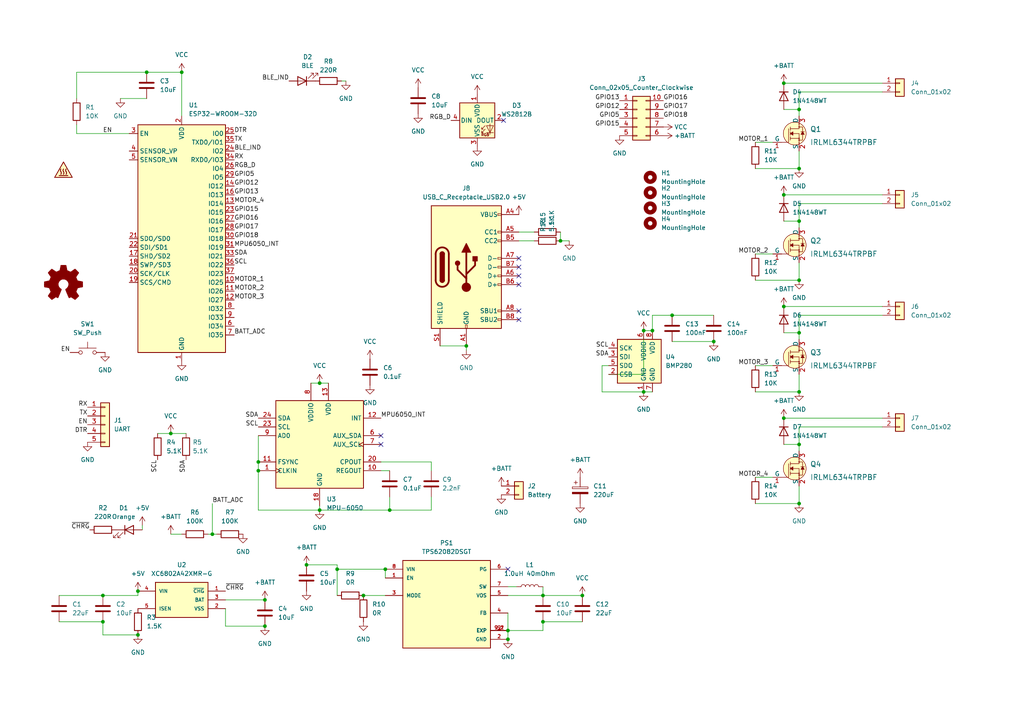
<source format=kicad_sch>
(kicad_sch (version 20211123) (generator eeschema)
  (paper "A4")
  (lib_symbols
    (symbol "Connector:USB_C_Receptacle_USB2.0" (pin_names (offset 1.016))
      (property "Reference" "J" (at -10.16 19.05 0))
      (property "Value" "USB_C_Receptacle_USB2.0" (at 19.05 19.05 0))
      (symbol "USB_C_Receptacle_USB2.0_1_1"
        (pin passive line (at 0 -22.86 90) (length 5.08) (name "GND") (number "A1"))
        (pin passive line (at 0 -22.86 90) (length 5.08) hide (name "GND") (number "A12"))
        (pin passive line (at 15.24 15.24 180) (length 5.08) (name "VBUS") (number "A4"))
        (pin bidirectional line (at 15.24 10.16 180) (length 5.08) (name "CC1") (number "A5"))
        (pin bidirectional line (at 15.24 -2.54 180) (length 5.08) (name "D+") (number "A6"))
        (pin bidirectional line (at 15.24 2.54 180) (length 5.08) (name "D-") (number "A7"))
        (pin bidirectional line (at 15.24 -12.7 180) (length 5.08) (name "SBU1") (number "A8"))
        (pin passive line (at 15.24 15.24 180) (length 5.08) hide (name "VBUS") (number "A9"))
        (pin passive line (at 0 -22.86 90) (length 5.08) hide (name "GND") (number "B1"))
        (pin passive line (at 0 -22.86 90) (length 5.08) hide (name "GND") (number "B12"))
        (pin passive line (at 15.24 15.24 180) (length 5.08) hide (name "VBUS") (number "B4"))
        (pin bidirectional line (at 15.24 7.62 180) (length 5.08) (name "CC2") (number "B5"))
        (pin bidirectional line (at 15.24 -5.08 180) (length 5.08) (name "D+") (number "B6"))
        (pin bidirectional line (at 15.24 0 180) (length 5.08) (name "D-") (number "B7"))
        (pin bidirectional line (at 15.24 -15.24 180) (length 5.08) (name "SBU2") (number "B8"))
        (pin passive line (at 15.24 15.24 180) (length 5.08) hide (name "VBUS") (number "B9"))
        (pin passive line (at -7.62 -22.86 90) (length 5.08) (name "SHIELD") (number "S1"))
      )
    )
    (symbol "Connector_Generic:Conn_01x02" (pin_names (offset 1.016) hide)
      (property "Reference" "J" (at 0 2.54 0))
      (property "Value" "Conn_01x02" (at 0 -5.08 0))
      (symbol "Conn_01x02_1_1"
        (pin passive line (at -5.08 0 0) (length 3.81) (name "Pin_1") (number "1"))
        (pin passive line (at -5.08 -2.54 0) (length 3.81) (name "Pin_2") (number "2"))
      )
    )
    (symbol "Connector_Generic:Conn_01x05" (pin_names (offset 1.016) hide)
      (property "Reference" "J" (at 0 7.62 0))
      (property "Value" "Conn_01x05" (at 0 -7.62 0))
      (symbol "Conn_01x05_1_1"
        (pin passive line (at -5.08 5.08 0) (length 3.81) (name "Pin_1") (number "1"))
        (pin passive line (at -5.08 2.54 0) (length 3.81) (name "Pin_2") (number "2"))
        (pin passive line (at -5.08 0 0) (length 3.81) (name "Pin_3") (number "3"))
        (pin passive line (at -5.08 -2.54 0) (length 3.81) (name "Pin_4") (number "4"))
        (pin passive line (at -5.08 -5.08 0) (length 3.81) (name "Pin_5") (number "5"))
      )
    )
    (symbol "Connector_Generic:Conn_02x05_Counter_Clockwise" (pin_names (offset 1.016) hide)
      (property "Reference" "J" (at 1.27 7.62 0))
      (property "Value" "Conn_02x05_Counter_Clockwise" (at 1.27 -7.62 0))
      (symbol "Conn_02x05_Counter_Clockwise_1_1"
        (pin passive line (at -5.08 5.08 0) (length 3.81) (name "Pin_1") (number "1"))
        (pin passive line (at 7.62 5.08 180) (length 3.81) (name "Pin_10") (number "10"))
        (pin passive line (at -5.08 2.54 0) (length 3.81) (name "Pin_2") (number "2"))
        (pin passive line (at -5.08 0 0) (length 3.81) (name "Pin_3") (number "3"))
        (pin passive line (at -5.08 -2.54 0) (length 3.81) (name "Pin_4") (number "4"))
        (pin passive line (at -5.08 -5.08 0) (length 3.81) (name "Pin_5") (number "5"))
        (pin passive line (at 7.62 -5.08 180) (length 3.81) (name "Pin_6") (number "6"))
        (pin passive line (at 7.62 -2.54 180) (length 3.81) (name "Pin_7") (number "7"))
        (pin passive line (at 7.62 0 180) (length 3.81) (name "Pin_8") (number "8"))
        (pin passive line (at 7.62 2.54 180) (length 3.81) (name "Pin_9") (number "9"))
      )
    )
    (symbol "Device:C" (pin_numbers hide) (pin_names (offset 0.254))
      (property "Reference" "C" (at 0.635 2.54 0))
      (property "Value" "C" (at 0.635 -2.54 0))
      (symbol "C_1_1"
        (pin passive line (at 0 3.81 270) (length 2.794) (name "~") (number "1"))
        (pin passive line (at 0 -3.81 90) (length 2.794) (name "~") (number "2"))
      )
    )
    (symbol "Device:C_Polarized" (pin_numbers hide) (pin_names (offset 0.254))
      (property "Reference" "C" (at 0.635 2.54 0))
      (property "Value" "C_Polarized" (at 0.635 -2.54 0))
      (symbol "C_Polarized_1_1"
        (pin passive line (at 0 3.81 270) (length 2.794) (name "~") (number "1"))
        (pin passive line (at 0 -3.81 90) (length 2.794) (name "~") (number "2"))
      )
    )
    (symbol "Device:L" (pin_numbers hide) (pin_names (offset 1.016) hide)
      (property "Reference" "L" (at -1.27 0 90))
      (property "Value" "L" (at 1.905 0 90))
      (symbol "L_1_1"
        (pin passive line (at 0 3.81 270) (length 1.27) (name "1") (number "1"))
        (pin passive line (at 0 -3.81 90) (length 1.27) (name "2") (number "2"))
      )
    )
    (symbol "Device:LED" (pin_numbers hide) (pin_names (offset 1.016) hide)
      (property "Reference" "D" (at 0 2.54 0))
      (property "Value" "LED" (at 0 -2.54 0))
      (symbol "LED_1_1"
        (pin passive line (at -3.81 0 0) (length 2.54) (name "K") (number "1"))
        (pin passive line (at 3.81 0 180) (length 2.54) (name "A") (number "2"))
      )
    )
    (symbol "Device:R" (pin_numbers hide) (pin_names (offset 0))
      (property "Reference" "R" (at 2.032 0 90))
      (property "Value" "R" (at 0 0 90))
      (symbol "R_1_1"
        (pin passive line (at 0 3.81 270) (length 1.27) (name "~") (number "1"))
        (pin passive line (at 0 -3.81 90) (length 1.27) (name "~") (number "2"))
      )
    )
    (symbol "Diode:1N4148WT" (pin_numbers hide) (pin_names (offset 1.016) hide)
      (property "Reference" "D" (at 0 2.54 0))
      (property "Value" "1N4148WT" (at 0 -2.54 0))
      (symbol "1N4148WT_1_1"
        (pin passive line (at -3.81 0 0) (length 2.54) (name "K") (number "1"))
        (pin passive line (at 3.81 0 180) (length 2.54) (name "A") (number "2"))
      )
    )
    (symbol "Graphic:Logo_Open_Hardware_Small" (pin_names (offset 1.016)))
    (symbol "Graphic:SYM_Hot_Small" (pin_names (offset 1.016) hide))
    (symbol "LED:WS2812B" (pin_names (offset 0.254))
      (property "Reference" "D" (at 5.08 5.715 0))
      (property "Value" "WS2812B" (at 1.27 -5.715 0))
      (symbol "WS2812B_0_0"
        (text "RGB" (at 2.286 -4.191 0) (effects (font (size 0.762 0.762))))
      )
      (symbol "WS2812B_1_1"
        (pin power_in line (at 0 7.62 270) (length 2.54) (name "VDD") (number "1"))
        (pin output line (at 7.62 0 180) (length 2.54) (name "DOUT") (number "2"))
        (pin power_in line (at 0 -7.62 90) (length 2.54) (name "VSS") (number "3"))
        (pin input line (at -7.62 0 0) (length 2.54) (name "DIN") (number "4"))
      )
    )
    (symbol "Mechanical:MountingHole" (pin_names (offset 1.016))
      (property "Reference" "H" (at 0 5.08 0))
      (property "Value" "MountingHole" (at 0 3.175 0))
    )
    (symbol "RF_Module:ESP32-WROOM-32D"
      (property "Reference" "U" (at -12.7 34.29 0))
      (property "Value" "ESP32-WROOM-32D" (at 1.27 34.29 0))
      (symbol "ESP32-WROOM-32D_1_1"
        (pin power_in line (at 0 -35.56 90) (length 2.54) (name "GND") (number "1"))
        (pin bidirectional line (at 15.24 -12.7 180) (length 2.54) (name "IO25") (number "10"))
        (pin bidirectional line (at 15.24 -15.24 180) (length 2.54) (name "IO26") (number "11"))
        (pin bidirectional line (at 15.24 -17.78 180) (length 2.54) (name "IO27") (number "12"))
        (pin bidirectional line (at 15.24 10.16 180) (length 2.54) (name "IO14") (number "13"))
        (pin bidirectional line (at 15.24 15.24 180) (length 2.54) (name "IO12") (number "14"))
        (pin passive line (at 0 -35.56 90) (length 2.54) hide (name "GND") (number "15"))
        (pin bidirectional line (at 15.24 12.7 180) (length 2.54) (name "IO13") (number "16"))
        (pin bidirectional line (at -15.24 -5.08 0) (length 2.54) (name "SHD/SD2") (number "17"))
        (pin bidirectional line (at -15.24 -7.62 0) (length 2.54) (name "SWP/SD3") (number "18"))
        (pin bidirectional line (at -15.24 -12.7 0) (length 2.54) (name "SCS/CMD") (number "19"))
        (pin power_in line (at 0 35.56 270) (length 2.54) (name "VDD") (number "2"))
        (pin bidirectional line (at -15.24 -10.16 0) (length 2.54) (name "SCK/CLK") (number "20"))
        (pin bidirectional line (at -15.24 0 0) (length 2.54) (name "SDO/SD0") (number "21"))
        (pin bidirectional line (at -15.24 -2.54 0) (length 2.54) (name "SDI/SD1") (number "22"))
        (pin bidirectional line (at 15.24 7.62 180) (length 2.54) (name "IO15") (number "23"))
        (pin bidirectional line (at 15.24 25.4 180) (length 2.54) (name "IO2") (number "24"))
        (pin bidirectional line (at 15.24 30.48 180) (length 2.54) (name "IO0") (number "25"))
        (pin bidirectional line (at 15.24 20.32 180) (length 2.54) (name "IO4") (number "26"))
        (pin bidirectional line (at 15.24 5.08 180) (length 2.54) (name "IO16") (number "27"))
        (pin bidirectional line (at 15.24 2.54 180) (length 2.54) (name "IO17") (number "28"))
        (pin bidirectional line (at 15.24 17.78 180) (length 2.54) (name "IO5") (number "29"))
        (pin input line (at -15.24 30.48 0) (length 2.54) (name "EN") (number "3"))
        (pin bidirectional line (at 15.24 0 180) (length 2.54) (name "IO18") (number "30"))
        (pin bidirectional line (at 15.24 -2.54 180) (length 2.54) (name "IO19") (number "31"))
        (pin no_connect line (at -12.7 -27.94 0) (length 2.54) hide (name "NC") (number "32"))
        (pin bidirectional line (at 15.24 -5.08 180) (length 2.54) (name "IO21") (number "33"))
        (pin bidirectional line (at 15.24 22.86 180) (length 2.54) (name "RXD0/IO3") (number "34"))
        (pin bidirectional line (at 15.24 27.94 180) (length 2.54) (name "TXD0/IO1") (number "35"))
        (pin bidirectional line (at 15.24 -7.62 180) (length 2.54) (name "IO22") (number "36"))
        (pin bidirectional line (at 15.24 -10.16 180) (length 2.54) (name "IO23") (number "37"))
        (pin passive line (at 0 -35.56 90) (length 2.54) hide (name "GND") (number "38"))
        (pin passive line (at 0 -35.56 90) (length 2.54) hide (name "GND") (number "39"))
        (pin input line (at -15.24 25.4 0) (length 2.54) (name "SENSOR_VP") (number "4"))
        (pin input line (at -15.24 22.86 0) (length 2.54) (name "SENSOR_VN") (number "5"))
        (pin input line (at 15.24 -25.4 180) (length 2.54) (name "IO34") (number "6"))
        (pin input line (at 15.24 -27.94 180) (length 2.54) (name "IO35") (number "7"))
        (pin bidirectional line (at 15.24 -20.32 180) (length 2.54) (name "IO32") (number "8"))
        (pin bidirectional line (at 15.24 -22.86 180) (length 2.54) (name "IO33") (number "9"))
      )
    )
    (symbol "Sensor_Motion:MPU-6050"
      (property "Reference" "U" (at -11.43 13.97 0))
      (property "Value" "MPU-6050" (at 7.62 -13.97 0))
      (symbol "MPU-6050_1_1"
        (pin input clock (at -17.78 -7.62 0) (length 5.08) (name "CLKIN") (number "1"))
        (pin passive line (at 17.78 -7.62 180) (length 5.08) (name "REGOUT") (number "10"))
        (pin input line (at -17.78 -5.08 0) (length 5.08) (name "FSYNC") (number "11"))
        (pin output line (at 17.78 7.62 180) (length 5.08) (name "INT") (number "12"))
        (pin power_in line (at 2.54 17.78 270) (length 5.08) (name "VDD") (number "13"))
        (pin power_in line (at 0 -17.78 90) (length 5.08) (name "GND") (number "18"))
        (pin passive line (at 17.78 -5.08 180) (length 5.08) (name "CPOUT") (number "20"))
        (pin input line (at -17.78 5.08 0) (length 5.08) (name "SCL") (number "23"))
        (pin bidirectional line (at -17.78 7.62 0) (length 5.08) (name "SDA") (number "24"))
        (pin bidirectional line (at 17.78 2.54 180) (length 5.08) (name "AUX_SDA") (number "6"))
        (pin output clock (at 17.78 0 180) (length 5.08) (name "AUX_SCL") (number "7"))
        (pin power_in line (at -2.54 17.78 270) (length 5.08) (name "VDDIO") (number "8"))
        (pin input line (at -17.78 2.54 0) (length 5.08) (name "AD0") (number "9"))
      )
    )
    (symbol "Sensor_Pressure:BMP280"
      (property "Reference" "U" (at -7.62 10.16 0))
      (property "Value" "BMP280" (at 5.08 10.16 0))
      (symbol "BMP280_1_1"
        (pin power_in line (at 0 -7.62 90) (length 2.54) (name "GND") (number "1"))
        (pin input line (at -10.16 -2.54 0) (length 2.54) (name "CSB") (number "2"))
        (pin bidirectional line (at -10.16 2.54 0) (length 2.54) (name "SDI") (number "3"))
        (pin input line (at -10.16 5.08 0) (length 2.54) (name "SCK") (number "4"))
        (pin bidirectional line (at -10.16 0 0) (length 2.54) (name "SDO") (number "5"))
        (pin power_in line (at 0 10.16 270) (length 2.54) (name "VDDIO") (number "6"))
        (pin power_in line (at 2.54 -7.62 90) (length 2.54) (name "GND") (number "7"))
        (pin power_in line (at 2.54 10.16 270) (length 2.54) (name "VDD") (number "8"))
      )
    )
    (symbol "Switch:SW_Push" (pin_numbers hide) (pin_names (offset 1.016) hide)
      (property "Reference" "SW" (at 1.27 2.54 0))
      (property "Value" "SW_Push" (at 0 -1.524 0))
      (symbol "SW_Push_0_1"
        (pin passive line (at -5.08 0 0) (length 2.54) (name "1") (number "1"))
        (pin passive line (at 5.08 0 180) (length 2.54) (name "2") (number "2"))
      )
    )
    (symbol "TPS62082DSGT:TPS62082DSGT" (pin_names (offset 1.016))
      (property "Reference" "PS" (at -12.7 13.6906 0))
      (property "Value" "TPS62082DSGT" (at -12.7 -16.6878 0))
      (symbol "TPS62082DSGT_0_0"
        (pin input line (at -17.78 7.62 0) (length 5.08) (name "EN") (number "1"))
        (pin power_in line (at 17.78 -10.16 180) (length 5.08) (name "GND") (number "2"))
        (pin input line (at -17.78 2.54 0) (length 5.08) (name "MODE") (number "3"))
        (pin input line (at 17.78 -2.54 180) (length 5.08) (name "FB") (number "4"))
        (pin input line (at 17.78 2.54 180) (length 5.08) (name "VOS") (number "5"))
        (pin output line (at 17.78 10.16 180) (length 5.08) (name "PG") (number "6"))
        (pin output line (at 17.78 5.08 180) (length 5.08) (name "SW") (number "7"))
        (pin input line (at -17.78 10.16 0) (length 5.08) (name "VIN") (number "8"))
        (pin power_in line (at 17.78 -7.62 180) (length 5.08) (name "EXP") (number "9"))
        (pin power_in line (at 17.78 -7.62 180) (length 5.08) (name "EXP") (number "9_1"))
        (pin power_in line (at 17.78 -7.62 180) (length 5.08) (name "EXP") (number "9_2"))
      )
    )
    (symbol "XC6802A42XMR-G:XC6802A42XMR-G" (pin_names (offset 1.016))
      (property "Reference" "U" (at -7.62 5.334 0))
      (property "Value" "XC6802A42XMR-G" (at -7.366 -6.604 0))
      (symbol "XC6802A42XMR-G_0_0"
        (pin output line (at 12.7 2.54 180) (length 5.08) (name "~{CHG}") (number "1"))
        (pin power_in line (at 12.7 -2.54 180) (length 5.08) (name "VSS") (number "2"))
        (pin output line (at 12.7 0 180) (length 5.08) (name "BAT") (number "3"))
        (pin input line (at -12.7 2.54 0) (length 5.08) (name "VIN") (number "4"))
        (pin passive line (at -12.7 -2.54 0) (length 5.08) (name "ISEN") (number "5"))
      )
    )
    (symbol "dk_Transistors-FETs-MOSFETs-Single:IRLML6344TRPBF" (pin_names (offset 0))
      (property "Reference" "Q" (at -2.6924 3.6322 0))
      (property "Value" "IRLML6344TRPBF" (at 3.4544 0 90))
      (symbol "IRLML6344TRPBF_1_1"
        (pin bidirectional line (at -7.62 -2.54 0) (length 2.54) (name "G") (number "1"))
        (pin bidirectional line (at 0 -5.08 90) (length 2.54) (name "S") (number "2"))
        (pin bidirectional line (at 0 5.08 270) (length 2.54) (name "D") (number "3"))
      )
    )
    (symbol "power:+5V" (power) (pin_names (offset 0))
      (property "Value" "+5V" (at 0 3.556 0))
      (symbol "+5V_1_1"
        (pin power_in line (at 0 0 90) (length 0) hide (name "+5V") (number "1"))
      )
    )
    (symbol "power:+BATT" (power) (pin_names (offset 0))
      (property "Value" "+BATT" (at 0 3.556 0))
      (symbol "+BATT_1_1"
        (pin power_in line (at 0 0 90) (length 0) hide (name "+BATT") (number "1"))
      )
    )
    (symbol "power:GND" (power) (pin_names (offset 0))
      (property "Value" "GND" (at 0 -3.81 0))
      (symbol "GND_1_1"
        (pin power_in line (at 0 0 270) (length 0) hide (name "GND") (number "1"))
      )
    )
    (symbol "power:VCC" (power) (pin_names (offset 0))
      (property "Value" "VCC" (at 0 3.81 0))
      (symbol "VCC_1_1"
        (pin power_in line (at 0 0 90) (length 0) hide (name "VCC") (number "1"))
      )
    )
  )
  (junction (at 76.835 173.99))
  (junction (at 186.69 95.885))
  (junction (at 29.845 180.34))
  (junction (at 40.005 171.45))
  (junction (at 52.705 20.955))
  (junction (at 231.775 96.52))
  (junction (at 186.69 113.665))
  (junction (at 74.93 136.525))
  (junction (at 113.03 147.955))
  (junction (at 231.775 64.135))
  (junction (at 92.71 147.955))
  (junction (at 97.79 165.1))
  (junction (at 231.775 128.905))
  (junction (at 61.595 154.94))
  (junction (at 29.845 172.72))
  (junction (at 92.71 111.125))
  (junction (at 157.48 172.72))
  (junction (at 147.32 185.42))
  (junction (at 227.33 121.285))
  (junction (at 111.76 165.1))
  (junction (at 231.775 48.895))
  (junction (at 207.01 99.06))
  (junction (at 227.33 88.9))
  (junction (at 162.56 69.85))
  (junction (at 231.775 31.75))
  (junction (at 231.775 81.28))
  (junction (at 157.48 180.34))
  (junction (at 194.945 91.44))
  (junction (at 189.23 95.885))
  (junction (at 105.41 172.72))
  (junction (at 231.775 113.665))
  (junction (at 40.005 184.15))
  (junction (at 168.91 172.72))
  (junction (at 76.835 181.61))
  (junction (at 231.775 146.05))
  (junction (at 88.9 163.83))
  (junction (at 227.33 24.13))
  (junction (at 42.545 20.955))
  (junction (at 74.93 133.985))
  (junction (at 147.32 182.88))
  (junction (at 49.53 125.73))
  (junction (at 227.33 56.515))
  (junction (at 135.255 100.33))
  (no_connect (at 110.49 126.365))
  (no_connect (at 110.49 128.905))
  (no_connect (at 150.495 74.93))
  (no_connect (at 150.495 77.47))
  (no_connect (at 146.05 34.925))
  (no_connect (at 150.495 92.71))
  (no_connect (at 150.495 90.17))
  (no_connect (at 147.32 165.1))
  (no_connect (at 150.495 82.55))
  (no_connect (at 150.495 80.01))
  (wire (pts (xy 231.775 96.52) (xy 231.775 98.425)))
  (wire (pts (xy 29.845 172.72) (xy 40.005 172.72)))
  (wire (pts (xy 45.72 125.73) (xy 49.53 125.73)))
  (wire (pts (xy 111.76 165.1) (xy 111.76 167.64)))
  (wire (pts (xy 88.9 163.83) (xy 97.79 163.83)))
  (wire (pts (xy 227.33 96.52) (xy 231.775 96.52)))
  (wire (pts (xy 61.595 146.05) (xy 61.595 154.94)))
  (wire (pts (xy 135.255 100.33) (xy 135.255 101.6)))
  (wire (pts (xy 74.93 133.985) (xy 74.93 136.525)))
  (wire (pts (xy 99.06 23.495) (xy 100.33 23.495)))
  (wire (pts (xy 113.03 147.955) (xy 125.095 147.955)))
  (wire (pts (xy 147.32 170.18) (xy 149.86 170.18)))
  (wire (pts (xy 219.075 138.43) (xy 224.155 138.43)))
  (wire (pts (xy 65.405 181.61) (xy 76.835 181.61)))
  (wire (pts (xy 162.56 69.85) (xy 165.1 69.85)))
  (wire (pts (xy 52.705 33.655) (xy 52.705 20.955)))
  (wire (pts (xy 150.495 69.85) (xy 154.94 69.85)))
  (wire (pts (xy 22.225 20.955) (xy 42.545 20.955)))
  (wire (pts (xy 194.945 91.44) (xy 207.01 91.44)))
  (wire (pts (xy 231.775 91.44) (xy 231.775 96.52)))
  (wire (pts (xy 227.33 24.13) (xy 255.905 24.13)))
  (wire (pts (xy 92.71 146.685) (xy 92.71 147.955)))
  (wire (pts (xy 111.76 165.1) (xy 97.79 165.1)))
  (wire (pts (xy 227.33 64.135) (xy 231.775 64.135)))
  (wire (pts (xy 52.705 20.955) (xy 42.545 20.955)))
  (wire (pts (xy 110.49 133.985) (xy 125.095 133.985)))
  (wire (pts (xy 92.71 147.955) (xy 113.03 147.955)))
  (wire (pts (xy 92.71 111.125) (xy 95.25 111.125)))
  (wire (pts (xy 227.33 128.905) (xy 231.775 128.905)))
  (wire (pts (xy 231.775 26.67) (xy 255.905 26.67)))
  (wire (pts (xy 125.095 133.985) (xy 125.095 136.525)))
  (wire (pts (xy 125.095 147.955) (xy 125.095 144.145)))
  (wire (pts (xy 227.33 56.515) (xy 255.905 56.515)))
  (wire (pts (xy 65.405 176.53) (xy 65.405 181.61)))
  (wire (pts (xy 219.075 41.275) (xy 224.155 41.275)))
  (wire (pts (xy 231.775 26.67) (xy 231.775 31.75)))
  (wire (pts (xy 231.775 64.135) (xy 231.775 66.04)))
  (wire (pts (xy 17.145 172.72) (xy 29.845 172.72)))
  (wire (pts (xy 176.53 108.585) (xy 186.69 108.585)))
  (wire (pts (xy 157.48 172.72) (xy 157.48 170.18)))
  (wire (pts (xy 227.33 31.75) (xy 231.775 31.75)))
  (wire (pts (xy 231.775 123.825) (xy 231.775 128.905)))
  (wire (pts (xy 157.48 172.72) (xy 168.91 172.72)))
  (wire (pts (xy 40.005 172.72) (xy 40.005 171.45)))
  (wire (pts (xy 231.775 59.055) (xy 255.905 59.055)))
  (wire (pts (xy 90.17 111.125) (xy 92.71 111.125)))
  (wire (pts (xy 219.075 81.28) (xy 231.775 81.28)))
  (wire (pts (xy 189.23 91.44) (xy 189.23 95.885)))
  (wire (pts (xy 219.075 73.66) (xy 224.155 73.66)))
  (wire (pts (xy 231.775 91.44) (xy 255.905 91.44)))
  (wire (pts (xy 113.03 144.145) (xy 113.03 147.955)))
  (wire (pts (xy 231.775 43.815) (xy 231.775 48.895)))
  (wire (pts (xy 60.325 154.94) (xy 61.595 154.94)))
  (wire (pts (xy 17.145 180.34) (xy 29.845 180.34)))
  (wire (pts (xy 157.48 182.88) (xy 157.48 180.34)))
  (wire (pts (xy 194.945 99.06) (xy 207.01 99.06)))
  (wire (pts (xy 49.53 125.73) (xy 53.975 125.73)))
  (wire (pts (xy 227.33 121.285) (xy 255.905 121.285)))
  (wire (pts (xy 110.49 136.525) (xy 113.03 136.525)))
  (wire (pts (xy 49.53 154.94) (xy 52.705 154.94)))
  (wire (pts (xy 231.775 123.825) (xy 255.905 123.825)))
  (wire (pts (xy 231.775 76.2) (xy 231.775 81.28)))
  (wire (pts (xy 186.69 113.665) (xy 189.23 113.665)))
  (wire (pts (xy 231.775 108.585) (xy 231.775 113.665)))
  (wire (pts (xy 219.075 106.045) (xy 224.155 106.045)))
  (wire (pts (xy 147.32 172.72) (xy 157.48 172.72)))
  (wire (pts (xy 34.925 28.575) (xy 42.545 28.575)))
  (wire (pts (xy 61.595 154.94) (xy 62.865 154.94)))
  (wire (pts (xy 231.775 31.75) (xy 231.775 33.655)))
  (wire (pts (xy 105.41 172.72) (xy 111.76 172.72)))
  (wire (pts (xy 74.93 126.365) (xy 74.93 133.985)))
  (wire (pts (xy 162.56 67.31) (xy 162.56 69.85)))
  (wire (pts (xy 97.79 163.83) (xy 97.79 165.1)))
  (wire (pts (xy 174.625 106.045) (xy 174.625 113.665)))
  (wire (pts (xy 231.775 128.905) (xy 231.775 130.81)))
  (wire (pts (xy 219.075 113.665) (xy 231.775 113.665)))
  (wire (pts (xy 127.635 100.33) (xy 135.255 100.33)))
  (wire (pts (xy 147.32 182.88) (xy 147.32 185.42)))
  (wire (pts (xy 157.48 180.34) (xy 168.91 180.34)))
  (wire (pts (xy 219.075 146.05) (xy 231.775 146.05)))
  (wire (pts (xy 41.275 152.4) (xy 41.275 153.67)))
  (wire (pts (xy 186.69 108.585) (xy 186.69 95.885)))
  (wire (pts (xy 176.53 106.045) (xy 174.625 106.045)))
  (wire (pts (xy 227.33 88.9) (xy 255.905 88.9)))
  (wire (pts (xy 174.625 113.665) (xy 186.69 113.665)))
  (wire (pts (xy 194.945 91.44) (xy 189.23 91.44)))
  (wire (pts (xy 147.32 182.88) (xy 157.48 182.88)))
  (wire (pts (xy 22.225 28.575) (xy 22.225 20.955)))
  (wire (pts (xy 22.225 36.195) (xy 22.225 38.735)))
  (wire (pts (xy 74.93 136.525) (xy 74.93 147.955)))
  (wire (pts (xy 231.775 59.055) (xy 231.775 64.135)))
  (wire (pts (xy 22.225 38.735) (xy 37.465 38.735)))
  (wire (pts (xy 186.69 95.885) (xy 189.23 95.885)))
  (wire (pts (xy 97.79 165.1) (xy 97.79 172.72)))
  (wire (pts (xy 231.775 140.97) (xy 231.775 146.05)))
  (wire (pts (xy 29.845 180.34) (xy 29.845 184.15)))
  (wire (pts (xy 147.32 177.8) (xy 147.32 182.88)))
  (wire (pts (xy 219.075 48.895) (xy 231.775 48.895)))
  (wire (pts (xy 150.495 67.31) (xy 154.94 67.31)))
  (wire (pts (xy 65.405 173.99) (xy 76.835 173.99)))
  (wire (pts (xy 74.93 147.955) (xy 92.71 147.955)))
  (wire (pts (xy 29.845 184.15) (xy 40.005 184.15)))
  (label "GPIO16" (at 67.945 64.135 0))
  (label "RX" (at 67.945 46.355 0))
  (label "~{CHRG}" (at 65.405 171.45 0))
  (label "EN" (at 20.32 102.235 180))
  (label "RGB_D" (at 130.81 34.925 180))
  (label "GPIO17" (at 67.945 66.675 0))
  (label "MOTOR_3" (at 67.945 86.995 0))
  (label "GPIO5" (at 179.705 34.29 180))
  (label "TX" (at 67.945 41.275 0))
  (label "GPIO15" (at 67.945 61.595 0))
  (label "EN" (at 25.4 123.19 180))
  (label "MOTOR_1" (at 67.945 81.915 0))
  (label "MPU6050_INT" (at 67.945 71.755 0))
  (label "MOTOR_2" (at 222.885 73.66 180))
  (label "GPIO5" (at 67.945 51.435 0))
  (label "SCL" (at 67.945 76.835 0))
  (label "DTR" (at 67.945 38.735 0))
  (label "RX" (at 25.4 118.11 180))
  (label "GPIO18" (at 192.405 34.29 0))
  (label "GPIO13" (at 67.945 56.515 0))
  (label "SCL" (at 74.93 123.825 180))
  (label "SCL" (at 176.53 100.965 180))
  (label "MOTOR_1" (at 222.885 41.275 180))
  (label "BLE_IND" (at 67.945 43.815 0))
  (label "MOTOR_3" (at 222.885 106.045 180))
  (label "GPIO12" (at 67.945 53.975 0))
  (label "SDA" (at 176.53 103.505 180))
  (label "~{CHRG}" (at 26.035 153.67 180))
  (label "DTR" (at 25.4 125.73 180))
  (label "GPIO16" (at 192.405 29.21 0))
  (label "TX" (at 25.4 120.65 180))
  (label "SCL" (at 45.72 133.35 270))
  (label "GPIO15" (at 179.705 36.83 180))
  (label "MOTOR_4" (at 67.945 59.055 0))
  (label "EN" (at 29.845 38.735 0))
  (label "RGB_D" (at 67.945 48.895 0))
  (label "SDA" (at 67.945 74.295 0))
  (label "GPIO18" (at 67.945 69.215 0))
  (label "MPU6050_INT" (at 110.49 121.285 0))
  (label "BATT_ADC" (at 67.945 97.155 0))
  (label "BATT_ADC" (at 61.595 146.05 0))
  (label "GPIO13" (at 179.705 29.21 180))
  (label "MOTOR_2" (at 67.945 84.455 0))
  (label "MOTOR_4" (at 222.885 138.43 180))
  (label "GPIO17" (at 192.405 31.75 0))
  (label "GPIO12" (at 179.705 31.75 180))
  (label "SDA" (at 74.93 121.285 180))
  (label "BLE_IND" (at 83.82 23.495 180))
  (label "SDA" (at 53.975 133.35 270))
  (symbol (lib_id "power:+BATT") (at 192.405 39.37 270) (unit 1)
    (property "Reference" "#PWR0116" (effects hide))
    (property "Value" "+BATT" (at 195.58 39.3699 90) (effects (justify left)))
  )
  (symbol (lib_id "power:GND") (at 179.705 39.37 0) (unit 1)
    (property "Reference" "#PWR0114" (effects hide))
    (property "Value" "GND" (at 179.705 44.45 0))
  )
  (symbol (lib_id "power:VCC") (at 168.91 172.72 0) (unit 1)
    (property "Reference" "#PWR0104" (effects hide))
    (property "Value" "VCC" (at 168.91 167.64 0))
  )
  (symbol (lib_id "power:GND") (at 25.4 128.27 0) (unit 1)
    (property "Reference" "#PWR0130" (effects hide))
    (property "Value" "GND" (at 25.4 133.35 0))
  )
  (symbol (lib_id "Device:C") (at 207.01 95.25 0) (unit 1)
    (property "Reference" "C14" (at 210.82 93.9799 0) (effects (justify left)))
    (property "Value" "100nF" (at 210.82 96.5199 0) (effects (justify left)))
    (property "Footprint" "Capacitor_SMD:C_0603_1608Metric" (effects hide))
    (property "PN" "CL10A106MQ8NNNC" (effects hide))
  )
  (symbol (lib_id "Connector_Generic:Conn_02x05_Counter_Clockwise") (at 184.785 34.29 0) (unit 1)
    (property "Reference" "J3" (at 186.055 22.86 0))
    (property "Value" "Conn_02x05_Counter_Clockwise" (at 186.055 25.4 0))
    (property "Footprint" "Connector_PinSocket_2.54mm:PinSocket_2x05_P2.54mm_Vertical" (effects hide))
  )
  (symbol (lib_id "Mechanical:MountingHole") (at 188.595 55.88 0) (unit 1)
    (property "Reference" "H2" (at 191.77 54.6099 0) (effects (justify left)))
    (property "Value" "MountingHole" (at 191.77 57.1499 0) (effects (justify left)))
    (property "Footprint" "MountingHole:MountingHole_3.2mm_M3" (effects hide))
  )
  (symbol (lib_id "LED:WS2812B") (at 138.43 34.925 0) (unit 1)
    (property "Reference" "D3" (at 149.86 30.5943 0))
    (property "Value" "WS2812B" (at 149.86 33.1343 0))
    (property "Footprint" "LED_SMD:LED_WS2812B_PLCC4_5.0x5.0mm_P3.2mm" (effects hide))
    (property "Datasheet" "https://cdn-shop.adafruit.com/datasheets/WS2812B.pdf" (effects hide))
  )
  (symbol (lib_id "power:VCC") (at 107.315 104.14 0) (unit 1)
    (property "Reference" "#PWR0124" (effects hide))
    (property "Value" "VCC" (at 107.315 99.06 0))
  )
  (symbol (lib_id "Connector_Generic:Conn_01x02") (at 150.495 140.97 0) (unit 1)
    (property "Reference" "J2" (at 153.035 140.9699 0) (effects (justify left)))
    (property "Value" "Battery" (at 153.035 143.5099 0) (effects (justify left)))
    (property "Footprint" "Connector_JST:JST_XH_B2B-XH-AM_1x02_P2.50mm_Vertical" (effects hide))
  )
  (symbol (lib_id "Device:R") (at 219.075 77.47 180) (unit 1)
    (property "Reference" "R12" (at 221.615 76.1999 0) (effects (justify right)))
    (property "Value" "10K" (at 221.615 78.7399 0) (effects (justify right)))
    (property "Footprint" "Resistor_SMD:R_0603_1608Metric" (effects hide))
    (property "PN" "RC0402FR-072K4L" (effects hide))
  )
  (symbol (lib_id "power:GND") (at 100.33 23.495 0) (unit 1)
    (property "Reference" "#PWR0125" (effects hide))
    (property "Value" "GND" (at 100.33 28.575 0))
  )
  (symbol (lib_id "power:VCC") (at 121.285 25.4 0) (unit 1)
    (property "Reference" "#PWR0128" (effects hide))
    (property "Value" "VCC" (at 121.285 20.32 0))
  )
  (symbol (lib_id "Device:R") (at 105.41 176.53 180) (unit 1)
    (property "Reference" "R10" (at 107.95 175.2599 0) (effects (justify right)))
    (property "Value" "0R" (at 107.95 177.7999 0) (effects (justify right)))
    (property "Footprint" "Resistor_SMD:R_0603_1608Metric" (effects hide))
    (property "PN" "RC0402FR-072K4L" (effects hide))
  )
  (symbol (lib_id "dk_Transistors-FETs-MOSFETs-Single:IRLML6344TRPBF") (at 231.775 135.89 0) (unit 1)
    (property "Reference" "Q4" (at 234.95 134.62 0) (effects (font (size 1.524 1.524)) (justify left)))
    (property "Value" "IRLML6344TRPBF" (at 234.95 138.43 0) (effects (font (size 1.524 1.524)) (justify left)))
    (property "Footprint" "digikey-footprints:SOT-23-3" (effects hide))
    (property "Datasheet" "https://www.infineon.com/dgdl/irlml6344pbf.pdf?fileId=5546d462533600a4015356689c44262c" (effects hide))
    (property "Digi-Key_PN" "IRLML6344TRPBFCT-ND" (effects hide))
    (property "MPN" "IRLML6344TRPBF" (effects hide))
    (property "Category" "Discrete Semiconductor Products" (effects hide))
    (property "Family" "Transistors - FETs, MOSFETs - Single" (effects hide))
    (property "DK_Datasheet_Link" "https://www.infineon.com/dgdl/irlml6344pbf.pdf?fileId=5546d462533600a4015356689c44262c" (effects hide))
    (property "DK_Detail_Page" "/product-detail/en/infineon-technologies/IRLML6344TRPBF/IRLML6344TRPBFCT-ND/2538168" (effects hide))
    (property "Description" "MOSFET N-CH 30V 5A SOT23" (effects hide))
    (property "Manufacturer" "Infineon Technologies" (effects hide))
    (property "Status" "Active" (effects hide))
  )
  (symbol (lib_id "power:GND") (at 231.775 81.28 0) (unit 1)
    (property "Reference" "#PWR0113" (effects hide))
    (property "Value" "GND" (at 231.775 86.36 0))
  )
  (symbol (lib_id "Connector:USB_C_Receptacle_USB2.0") (at 135.255 77.47 0) (unit 1)
    (property "Reference" "J8" (at 135.255 54.61 0))
    (property "Value" "USB_C_Receptacle_USB2.0" (at 135.255 57.15 0))
    (property "Footprint" "Connector_USB:USB_C_Receptacle_HRO_TYPE-C-31-M-12" (effects hide))
    (property "Datasheet" "https://www.usb.org/sites/default/files/documents/usb_type-c.zip" (effects hide))
  )
  (symbol (lib_id "Device:C") (at 168.91 176.53 0) (unit 1)
    (property "Reference" "C12" (at 172.72 175.2599 0) (effects (justify left)))
    (property "Value" "22uF" (at 172.72 177.7999 0) (effects (justify left)))
    (property "Footprint" "Capacitor_SMD:C_0603_1608Metric" (effects hide))
    (property "PN" "CL10A226MP8NUNE" (effects hide))
  )
  (symbol (lib_id "Device:C") (at 113.03 140.335 0) (unit 1)
    (property "Reference" "C7" (at 116.84 139.0649 0) (effects (justify left)))
    (property "Value" "0.1uF" (at 116.84 141.6049 0) (effects (justify left)))
    (property "Footprint" "Capacitor_SMD:C_0603_1608Metric" (effects hide))
    (property "PN" "CL10A106MQ8NNNC" (effects hide))
  )
  (symbol (lib_id "power:VCC") (at 92.71 111.125 0) (unit 1)
    (property "Reference" "#PWR0123" (effects hide))
    (property "Value" "VCC" (at 92.71 106.045 0))
  )
  (symbol (lib_id "power:VCC") (at 192.405 36.83 270) (unit 1)
    (property "Reference" "#PWR0115" (effects hide))
    (property "Value" "VCC" (at 195.58 36.8299 90) (effects (justify left)))
  )
  (symbol (lib_id "Device:R") (at 53.975 129.54 180) (unit 1)
    (property "Reference" "R5" (at 55.88 128.2699 0) (effects (justify right)))
    (property "Value" "5.1K" (at 55.88 130.8099 0) (effects (justify right)))
    (property "Footprint" "Resistor_SMD:R_0603_1608Metric" (effects hide))
    (property "PN" "RC0402FR-072K4L" (effects hide))
  )
  (symbol (lib_id "Device:R") (at 66.675 154.94 90) (unit 1)
    (property "Reference" "R7" (at 66.675 148.59 90))
    (property "Value" "100K" (at 66.675 151.13 90))
    (property "Footprint" "Resistor_SMD:R_0603_1608Metric" (effects hide))
    (property "PN" "RC0402FR-072K4L" (effects hide))
  )
  (symbol (lib_id "Switch:SW_Push") (at 25.4 102.235 0) (unit 1)
    (property "Reference" "SW1" (at 25.4 93.98 0))
    (property "Value" "SW_Push" (at 25.4 96.52 0))
    (property "Footprint" "Button_Switch_SMD:SW_Push_SPST_NO_Alps_SKRK" (effects hide))
  )
  (symbol (lib_id "power:GND") (at 138.43 42.545 0) (unit 1)
    (property "Reference" "#PWR0126" (effects hide))
    (property "Value" "GND" (at 138.43 47.625 0))
  )
  (symbol (lib_id "power:GND") (at 30.48 102.235 0) (unit 1)
    (property "Reference" "#PWR0148" (effects hide))
    (property "Value" "GND" (at 30.48 107.315 0))
  )
  (symbol (lib_id "Device:R") (at 219.075 45.085 180) (unit 1)
    (property "Reference" "R11" (at 221.615 43.8149 0) (effects (justify right)))
    (property "Value" "10K" (at 221.615 46.3549 0) (effects (justify right)))
    (property "Footprint" "Resistor_SMD:R_0603_1608Metric" (effects hide))
    (property "PN" "RC0402FR-072K4L" (effects hide))
  )
  (symbol (lib_id "power:GND") (at 168.275 146.05 0) (unit 1)
    (property "Reference" "#PWR0105" (effects hide))
    (property "Value" "GND" (at 168.275 151.13 0))
  )
  (symbol (lib_id "Device:LED") (at 37.465 153.67 0) (unit 1)
    (property "Reference" "D1" (at 35.8775 147.32 0))
    (property "Value" "Orange" (at 35.8775 149.86 0))
    (property "Footprint" "LED_SMD:LED_0603_1608Metric" (effects hide))
  )
  (symbol (lib_id "Device:C") (at 88.9 167.64 0) (unit 1)
    (property "Reference" "C5" (at 92.71 166.3699 0) (effects (justify left)))
    (property "Value" "10uF" (at 92.71 168.9099 0) (effects (justify left)))
    (property "Footprint" "Capacitor_SMD:C_0603_1608Metric" (effects hide))
    (property "PN" "CL10A106MQ8NNNC" (effects hide))
  )
  (symbol (lib_id "power:+BATT") (at 49.53 154.94 0) (unit 1)
    (property "Reference" "#PWR0144" (effects hide))
    (property "Value" "+BATT" (at 49.53 149.86 0))
  )
  (symbol (lib_id "Device:LED") (at 87.63 23.495 180) (unit 1)
    (property "Reference" "D2" (at 89.2175 16.51 0))
    (property "Value" "BLE" (at 89.2175 19.05 0))
    (property "Footprint" "LED_SMD:LED_0603_1608Metric" (effects hide))
  )
  (symbol (lib_id "Connector_Generic:Conn_01x02") (at 260.985 56.515 0) (unit 1)
    (property "Reference" "J5" (at 264.16 56.5149 0) (effects (justify left)))
    (property "Value" "Conn_01x02" (at 264.16 59.0549 0) (effects (justify left)))
    (property "Footprint" "Connector_PinSocket_2.54mm:PinSocket_1x02_P2.54mm_Vertical" (effects hide))
  )
  (symbol (lib_id "dk_Transistors-FETs-MOSFETs-Single:IRLML6344TRPBF") (at 231.775 71.12 0) (unit 1)
    (property "Reference" "Q2" (at 234.95 69.85 0) (effects (font (size 1.524 1.524)) (justify left)))
    (property "Value" "IRLML6344TRPBF" (at 234.95 73.66 0) (effects (font (size 1.524 1.524)) (justify left)))
    (property "Footprint" "digikey-footprints:SOT-23-3" (effects hide))
    (property "Datasheet" "https://www.infineon.com/dgdl/irlml6344pbf.pdf?fileId=5546d462533600a4015356689c44262c" (effects hide))
    (property "Digi-Key_PN" "IRLML6344TRPBFCT-ND" (effects hide))
    (property "MPN" "IRLML6344TRPBF" (effects hide))
    (property "Category" "Discrete Semiconductor Products" (effects hide))
    (property "Family" "Transistors - FETs, MOSFETs - Single" (effects hide))
    (property "DK_Datasheet_Link" "https://www.infineon.com/dgdl/irlml6344pbf.pdf?fileId=5546d462533600a4015356689c44262c" (effects hide))
    (property "DK_Detail_Page" "/product-detail/en/infineon-technologies/IRLML6344TRPBF/IRLML6344TRPBFCT-ND/2538168" (effects hide))
    (property "Description" "MOSFET N-CH 30V 5A SOT23" (effects hide))
    (property "Manufacturer" "Infineon Technologies" (effects hide))
    (property "Status" "Active" (effects hide))
  )
  (symbol (lib_id "power:GND") (at 231.775 48.895 0) (unit 1)
    (property "Reference" "#PWR0110" (effects hide))
    (property "Value" "GND" (at 231.775 53.975 0))
  )
  (symbol (lib_id "power:GND") (at 186.69 113.665 0) (unit 1)
    (property "Reference" "#PWR0145" (effects hide))
    (property "Value" "GND" (at 186.69 118.745 0))
  )
  (symbol (lib_id "Device:C") (at 121.285 29.21 0) (unit 1)
    (property "Reference" "C8" (at 125.095 27.9399 0) (effects (justify left)))
    (property "Value" "10uF" (at 125.095 30.4799 0) (effects (justify left)))
    (property "Footprint" "Capacitor_SMD:C_0603_1608Metric" (effects hide))
    (property "PN" "CL10A106MQ8NNNC" (effects hide))
  )
  (symbol (lib_id "Device:C") (at 29.845 176.53 0) (unit 1)
    (property "Reference" "C2" (at 33.655 175.2599 0) (effects (justify left)))
    (property "Value" "10uF" (at 33.655 177.7999 0) (effects (justify left)))
    (property "Footprint" "Capacitor_SMD:C_0603_1608Metric" (effects hide))
    (property "PN" "CL10A106MQ8NNNC" (effects hide))
  )
  (symbol (lib_id "Graphic:SYM_Hot_Small") (at 18.415 49.53 0) (unit 1)
    (property "Reference" "SYM1" (effects hide))
    (property "Value" "SYM_Hot_Small" (effects hide))
    (property "Footprint" "my_modules:PCB Drone Edgecuts" (effects hide))
  )
  (symbol (lib_id "TPS62082DSGT:TPS62082DSGT") (at 129.54 175.26 0) (unit 1)
    (property "Reference" "PS1" (at 129.54 157.48 0))
    (property "Value" "TPS62082DSGT" (at 129.54 160.02 0))
    (property "Footprint" "CONV_TPS62082DSGT" (effects hide))
    (property "MAXIMUM_PACKAGE_HEIGHT" "0.8 mm" (effects hide))
    (property "PARTREV" "NOVEMBER 2016" (effects hide))
    (property "MANUFACTURER" "Texas Instruments" (effects hide))
    (property "STANDARD" "Manufacturer recommendations" (effects hide))
  )
  (symbol (lib_id "Mechanical:MountingHole") (at 188.595 60.325 0) (unit 1)
    (property "Reference" "H3" (at 191.77 59.0549 0) (effects (justify left)))
    (property "Value" "MountingHole" (at 191.77 61.5949 0) (effects (justify left)))
    (property "Footprint" "MountingHole:MountingHole_3.2mm_M3" (effects hide))
  )
  (symbol (lib_id "Device:C") (at 107.315 107.95 0) (unit 1)
    (property "Reference" "C6" (at 111.125 106.6799 0) (effects (justify left)))
    (property "Value" "0.1uF" (at 111.125 109.2199 0) (effects (justify left)))
    (property "Footprint" "Capacitor_SMD:C_0603_1608Metric" (effects hide))
    (property "PN" "CL10A106MQ8NNNC" (effects hide))
  )
  (symbol (lib_id "Device:R") (at 22.225 32.385 180) (unit 1)
    (property "Reference" "R1" (at 24.765 31.1149 0) (effects (justify right)))
    (property "Value" "10K" (at 24.765 33.6549 0) (effects (justify right)))
    (property "Footprint" "Resistor_SMD:R_0603_1608Metric" (effects hide))
    (property "PN" "RC0402FR-072K4L" (effects hide))
  )
  (symbol (lib_id "Sensor_Pressure:BMP280") (at 186.69 106.045 0) (unit 1)
    (property "Reference" "U4" (at 193.04 103.5049 0) (effects (justify left)))
    (property "Value" "BMP280" (at 193.04 106.0449 0) (effects (justify left)))
    (property "Footprint" "Package_LGA:Bosch_LGA-8_2x2.5mm_P0.65mm_ClockwisePinNumbering" (effects hide))
    (property "Datasheet" "https://ae-bst.resource.bosch.com/media/_tech/media/datasheets/BST-BMP280-DS001.pdf" (effects hide))
  )
  (symbol (lib_id "Device:R") (at 219.075 142.24 180) (unit 1)
    (property "Reference" "R14" (at 221.615 140.9699 0) (effects (justify right)))
    (property "Value" "10K" (at 221.615 143.5099 0) (effects (justify right)))
    (property "Footprint" "Resistor_SMD:R_0603_1608Metric" (effects hide))
    (property "PN" "RC0402FR-072K4L" (effects hide))
  )
  (symbol (lib_id "power:GND") (at 105.41 180.34 0) (unit 1)
    (property "Reference" "#PWR0103" (effects hide))
    (property "Value" "GND" (at 105.41 185.42 0))
  )
  (symbol (lib_id "Diode:1N4148WT") (at 227.33 27.94 270) (unit 1)
    (property "Reference" "D4" (at 229.87 26.6699 90) (effects (justify left)))
    (property "Value" "1N4148WT" (at 229.87 29.2099 90) (effects (justify left)))
    (property "Footprint" "Diode_SMD:D_SOD-523" (effects hide))
    (property "Datasheet" "https://www.diodes.com/assets/Datasheets/ds30396.pdf" (effects hide))
  )
  (symbol (lib_id "Device:R") (at 45.72 129.54 180) (unit 1)
    (property "Reference" "R4" (at 48.26 128.2699 0) (effects (justify right)))
    (property "Value" "5.1K" (at 48.26 130.8099 0) (effects (justify right)))
    (property "Footprint" "Resistor_SMD:R_0603_1608Metric" (effects hide))
    (property "PN" "RC0402FR-072K4L" (effects hide))
  )
  (symbol (lib_id "power:VCC") (at 138.43 27.305 0) (unit 1)
    (property "Reference" "#PWR0127" (effects hide))
    (property "Value" "VCC" (at 138.43 22.225 0))
  )
  (symbol (lib_id "power:+BATT") (at 76.835 173.99 0) (unit 1)
    (property "Reference" "#PWR0134" (effects hide))
    (property "Value" "+BATT" (at 76.835 168.91 0))
  )
  (symbol (lib_id "power:GND") (at 165.1 69.85 0) (unit 1)
    (property "Reference" "#PWR0141" (effects hide))
    (property "Value" "GND" (at 165.1 74.93 0))
  )
  (symbol (lib_id "power:GND") (at 231.775 113.665 0) (unit 1)
    (property "Reference" "#PWR0108" (effects hide))
    (property "Value" "GND" (at 231.775 118.745 0))
  )
  (symbol (lib_id "RF_Module:ESP32-WROOM-32D") (at 52.705 69.215 0) (unit 1)
    (property "Reference" "U1" (at 54.7244 30.48 0) (effects (justify left)))
    (property "Value" "ESP32-WROOM-32D" (at 54.7244 33.02 0) (effects (justify left)))
    (property "Footprint" "RF_Module:ESP32-WROOM-32" (effects hide))
    (property "Datasheet" "https://www.espressif.com/sites/default/files/documentation/esp32-wroom-32d_esp32-wroom-32u_datasheet_en.pdf" (effects hide))
  )
  (symbol (lib_id "power:GND") (at 40.005 184.15 0) (unit 1)
    (property "Reference" "#PWR0133" (effects hide))
    (property "Value" "GND" (at 40.005 189.23 0))
  )
  (symbol (lib_id "power:GND") (at 147.32 185.42 0) (unit 1)
    (property "Reference" "#PWR0102" (effects hide))
    (property "Value" "GND" (at 147.32 190.5 0))
  )
  (symbol (lib_id "Device:C") (at 17.145 176.53 0) (unit 1)
    (property "Reference" "C1" (at 20.955 175.2599 0) (effects (justify left)))
    (property "Value" "22uF" (at 20.955 177.7999 0) (effects (justify left)))
    (property "Footprint" "Capacitor_SMD:C_0603_1608Metric" (effects hide))
    (property "PN" "CL10A226MP8NUNE" (effects hide))
  )
  (symbol (lib_id "Device:C_Polarized") (at 168.275 142.24 0) (unit 1)
    (property "Reference" "C11" (at 172.085 140.9699 0) (effects (justify left)))
    (property "Value" "220uF" (at 172.085 143.5099 0) (effects (justify left)))
    (property "Footprint" "Capacitor_THT:CP_Radial_D5.0mm_P2.50mm" (effects hide))
    (property "PN" "CL10A226MP8NUNE" (effects hide))
  )
  (symbol (lib_id "power:+BATT") (at 88.9 163.83 0) (unit 1)
    (property "Reference" "#PWR0121" (effects hide))
    (property "Value" "+BATT" (at 88.9 158.75 0))
  )
  (symbol (lib_id "Connector_Generic:Conn_01x05") (at 30.48 123.19 0) (unit 1)
    (property "Reference" "J1" (at 33.02 121.9199 0) (effects (justify left)))
    (property "Value" "UART" (at 33.02 124.4599 0) (effects (justify left)))
    (property "Footprint" "Connector_PinHeader_2.54mm:PinHeader_1x05_P2.54mm_Vertical" (effects hide))
  )
  (symbol (lib_id "power:+BATT") (at 227.33 56.515 0) (unit 1)
    (property "Reference" "#PWR0111" (effects hide))
    (property "Value" "+BATT" (at 227.33 51.435 0))
  )
  (symbol (lib_id "Sensor_Motion:MPU-6050") (at 92.71 128.905 0) (unit 1)
    (property "Reference" "U3" (at 94.7294 144.78 0) (effects (justify left)))
    (property "Value" "MPU-6050" (at 94.7294 147.32 0) (effects (justify left)))
    (property "Footprint" "Sensor_Motion:InvenSense_QFN-24_4x4mm_P0.5mm" (effects hide))
    (property "Datasheet" "https://store.invensense.com/datasheets/invensense/MPU-6050_DataSheet_V3%204.pdf" (effects hide))
  )
  (symbol (lib_id "Device:C") (at 194.945 95.25 0) (unit 1)
    (property "Reference" "C13" (at 198.755 93.9799 0) (effects (justify left)))
    (property "Value" "100nF" (at 198.755 96.5199 0) (effects (justify left)))
    (property "Footprint" "Capacitor_SMD:C_0603_1608Metric" (effects hide))
    (property "PN" "CL10A106MQ8NNNC" (effects hide))
  )
  (symbol (lib_id "Device:C") (at 125.095 140.335 0) (unit 1)
    (property "Reference" "C9" (at 128.27 139.0649 0) (effects (justify left)))
    (property "Value" "2.2nF" (at 128.27 141.6049 0) (effects (justify left)))
    (property "Footprint" "Capacitor_SMD:C_0603_1608Metric" (effects hide))
    (property "PN" "CL10A106MQ8NNNC" (effects hide))
  )
  (symbol (lib_id "Device:R") (at 29.845 153.67 90) (unit 1)
    (property "Reference" "R2" (at 29.845 147.32 90))
    (property "Value" "220R" (at 29.845 149.86 90))
    (property "Footprint" "Resistor_SMD:R_0603_1608Metric" (effects hide))
    (property "PN" "RC0402FR-072K4L" (effects hide))
  )
  (symbol (lib_id "Device:C") (at 42.545 24.765 0) (unit 1)
    (property "Reference" "C3" (at 46.355 23.4949 0) (effects (justify left)))
    (property "Value" "10uF" (at 46.355 26.0349 0) (effects (justify left)))
    (property "Footprint" "Capacitor_SMD:C_0603_1608Metric" (effects hide))
    (property "PN" "CL10A106MQ8NNNC" (effects hide))
  )
  (symbol (lib_id "power:+5V") (at 40.005 171.45 0) (unit 1)
    (property "Reference" "#PWR0136" (effects hide))
    (property "Value" "+5V" (at 40.005 166.37 0))
  )
  (symbol (lib_id "Device:R") (at 158.75 67.31 270) (unit 1)
    (property "Reference" "R15" (at 157.4799 65.405 0) (effects (justify right)))
    (property "Value" "5.1K" (at 160.0199 65.405 0) (effects (justify right)))
    (property "Footprint" "Resistor_SMD:R_0603_1608Metric" (effects hide))
    (property "PN" "RC0402FR-072K4L" (effects hide))
  )
  (symbol (lib_id "power:+5V") (at 41.275 152.4 0) (unit 1)
    (property "Reference" "#PWR0137" (effects hide))
    (property "Value" "+5V" (at 41.275 147.32 0))
  )
  (symbol (lib_id "Mechanical:MountingHole") (at 188.595 51.435 0) (unit 1)
    (property "Reference" "H1" (at 191.77 50.1649 0) (effects (justify left)))
    (property "Value" "MountingHole" (at 191.77 52.7049 0) (effects (justify left)))
    (property "Footprint" "MountingHole:MountingHole_3.2mm_M3" (effects hide))
  )
  (symbol (lib_id "Device:R") (at 101.6 172.72 90) (unit 1)
    (property "Reference" "R9" (at 101.6 166.37 90))
    (property "Value" "0R" (at 101.6 168.91 90))
    (property "Footprint" "Resistor_SMD:R_0603_1608Metric" (effects hide))
    (property "PN" "RC0402FR-072K4L" (effects hide))
  )
  (symbol (lib_id "Device:C") (at 76.835 177.8 0) (unit 1)
    (property "Reference" "C4" (at 80.645 176.5299 0) (effects (justify left)))
    (property "Value" "10uF" (at 80.645 179.0699 0) (effects (justify left)))
    (property "Footprint" "Capacitor_SMD:C_0603_1608Metric" (effects hide))
    (property "PN" "CL10A106MQ8NNNC" (effects hide))
  )
  (symbol (lib_id "power:+BATT") (at 168.275 138.43 0) (unit 1)
    (property "Reference" "#PWR0106" (effects hide))
    (property "Value" "+BATT" (at 168.275 133.35 0))
  )
  (symbol (lib_id "Connector_Generic:Conn_01x02") (at 260.985 121.285 0) (unit 1)
    (property "Reference" "J7" (at 264.16 121.2849 0) (effects (justify left)))
    (property "Value" "Conn_01x02" (at 264.16 123.8249 0) (effects (justify left)))
    (property "Footprint" "Connector_PinSocket_2.54mm:PinSocket_1x02_P2.54mm_Vertical" (effects hide))
  )
  (symbol (lib_id "power:GND") (at 121.285 33.02 0) (unit 1)
    (property "Reference" "#PWR0129" (effects hide))
    (property "Value" "GND" (at 121.285 38.1 0))
  )
  (symbol (lib_id "power:GND") (at 70.485 154.94 0) (unit 1)
    (property "Reference" "#PWR0132" (effects hide))
    (property "Value" "GND" (at 70.485 160.02 0))
  )
  (symbol (lib_id "power:GND") (at 135.255 101.6 0) (unit 1)
    (property "Reference" "#PWR0142" (effects hide))
    (property "Value" "GND" (at 135.255 106.68 0))
  )
  (symbol (lib_id "power:+5V") (at 150.495 62.23 0) (unit 1)
    (property "Reference" "#PWR0143" (effects hide))
    (property "Value" "+5V" (at 150.495 57.15 0))
  )
  (symbol (lib_id "power:+BATT") (at 227.33 24.13 0) (unit 1)
    (property "Reference" "#PWR0101" (effects hide))
    (property "Value" "+BATT" (at 227.33 19.05 0))
  )
  (symbol (lib_id "dk_Transistors-FETs-MOSFETs-Single:IRLML6344TRPBF") (at 231.775 103.505 0) (unit 1)
    (property "Reference" "Q3" (at 234.95 102.235 0) (effects (font (size 1.524 1.524)) (justify left)))
    (property "Value" "IRLML6344TRPBF" (at 234.95 106.045 0) (effects (font (size 1.524 1.524)) (justify left)))
    (property "Footprint" "digikey-footprints:SOT-23-3" (effects hide))
    (property "Datasheet" "https://www.infineon.com/dgdl/irlml6344pbf.pdf?fileId=5546d462533600a4015356689c44262c" (effects hide))
    (property "Digi-Key_PN" "IRLML6344TRPBFCT-ND" (effects hide))
    (property "MPN" "IRLML6344TRPBF" (effects hide))
    (property "Category" "Discrete Semiconductor Products" (effects hide))
    (property "Family" "Transistors - FETs, MOSFETs - Single" (effects hide))
    (property "DK_Datasheet_Link" "https://www.infineon.com/dgdl/irlml6344pbf.pdf?fileId=5546d462533600a4015356689c44262c" (effects hide))
    (property "DK_Detail_Page" "/product-detail/en/infineon-technologies/IRLML6344TRPBF/IRLML6344TRPBFCT-ND/2538168" (effects hide))
    (property "Description" "MOSFET N-CH 30V 5A SOT23" (effects hide))
    (property "Manufacturer" "Infineon Technologies" (effects hide))
    (property "Status" "Active" (effects hide))
  )
  (symbol (lib_id "Diode:1N4148WT") (at 227.33 60.325 270) (unit 1)
    (property "Reference" "D5" (at 229.87 59.0549 90) (effects (justify left)))
    (property "Value" "1N4148WT" (at 229.87 61.5949 90) (effects (justify left)))
    (property "Footprint" "Diode_SMD:D_SOD-523" (effects hide))
    (property "Datasheet" "https://www.diodes.com/assets/Datasheets/ds30396.pdf" (effects hide))
  )
  (symbol (lib_id "power:+BATT") (at 227.33 121.285 0) (unit 1)
    (property "Reference" "#PWR0109" (effects hide))
    (property "Value" "+BATT" (at 227.33 116.205 0))
  )
  (symbol (lib_id "power:VCC") (at 49.53 125.73 0) (unit 1)
    (property "Reference" "#PWR0131" (effects hide))
    (property "Value" "VCC" (at 49.53 120.65 0))
  )
  (symbol (lib_id "power:+BATT") (at 145.415 140.97 0) (unit 1)
    (property "Reference" "#PWR0120" (effects hide))
    (property "Value" "+BATT" (at 145.415 135.89 0))
  )
  (symbol (lib_id "Mechanical:MountingHole") (at 188.595 64.77 0) (unit 1)
    (property "Reference" "H4" (at 191.77 63.4999 0) (effects (justify left)))
    (property "Value" "MountingHole" (at 191.77 66.0399 0) (effects (justify left)))
    (property "Footprint" "MountingHole:MountingHole_3.2mm_M3" (effects hide))
  )
  (symbol (lib_id "Connector_Generic:Conn_01x02") (at 260.985 88.9 0) (unit 1)
    (property "Reference" "J6" (at 264.16 88.8999 0) (effects (justify left)))
    (property "Value" "Conn_01x02" (at 264.16 91.4399 0) (effects (justify left)))
    (property "Footprint" "Connector_PinSocket_2.54mm:PinSocket_1x02_P2.54mm_Vertical" (effects hide))
  )
  (symbol (lib_id "Device:R") (at 158.75 69.85 270) (unit 1)
    (property "Reference" "R16" (at 157.4799 67.31 0) (effects (justify right)))
    (property "Value" "5.1K" (at 160.0199 67.31 0) (effects (justify right)))
    (property "Footprint" "Resistor_SMD:R_0603_1608Metric" (effects hide))
    (property "PN" "RC0402FR-072K4L" (effects hide))
  )
  (symbol (lib_id "Device:R") (at 56.515 154.94 90) (unit 1)
    (property "Reference" "R6" (at 56.515 148.59 90))
    (property "Value" "100K" (at 56.515 151.13 90))
    (property "Footprint" "Resistor_SMD:R_0603_1608Metric" (effects hide))
    (property "PN" "RC0402FR-072K4L" (effects hide))
  )
  (symbol (lib_id "dk_Transistors-FETs-MOSFETs-Single:IRLML6344TRPBF") (at 231.775 38.735 0) (unit 1)
    (property "Reference" "Q1" (at 234.95 37.465 0) (effects (font (size 1.524 1.524)) (justify left)))
    (property "Value" "IRLML6344TRPBF" (at 234.95 41.275 0) (effects (font (size 1.524 1.524)) (justify left)))
    (property "Footprint" "digikey-footprints:SOT-23-3" (effects hide))
    (property "Datasheet" "https://www.infineon.com/dgdl/irlml6344pbf.pdf?fileId=5546d462533600a4015356689c44262c" (effects hide))
    (property "Digi-Key_PN" "IRLML6344TRPBFCT-ND" (effects hide))
    (property "MPN" "IRLML6344TRPBF" (effects hide))
    (property "Category" "Discrete Semiconductor Products" (effects hide))
    (property "Family" "Transistors - FETs, MOSFETs - Single" (effects hide))
    (property "DK_Datasheet_Link" "https://www.infineon.com/dgdl/irlml6344pbf.pdf?fileId=5546d462533600a4015356689c44262c" (effects hide))
    (property "DK_Detail_Page" "/product-detail/en/infineon-technologies/IRLML6344TRPBF/IRLML6344TRPBFCT-ND/2538168" (effects hide))
    (property "Description" "MOSFET N-CH 30V 5A SOT23" (effects hide))
    (property "Manufacturer" "Infineon Technologies" (effects hide))
    (property "Status" "Active" (effects hide))
  )
  (symbol (lib_id "power:GND") (at 107.315 111.76 0) (unit 1)
    (property "Reference" "#PWR0118" (effects hide))
    (property "Value" "GND" (at 107.315 116.84 0))
  )
  (symbol (lib_id "Device:L") (at 153.67 170.18 90) (unit 1)
    (property "Reference" "L1" (at 153.67 163.83 90))
    (property "Value" "1.0uH 40mOhm " (at 153.67 166.37 90))
    (property "Footprint" "Inductor_SMD:L_0805_2012Metric" (effects hide))
    (property "PN" "SDCH1V6045-1R0N-R" (effects hide))
  )
  (symbol (lib_id "Device:R") (at 40.005 180.34 0) (unit 1)
    (property "Reference" "R3" (at 42.545 179.0699 0) (effects (justify left)))
    (property "Value" "1.5K" (at 42.545 181.6099 0) (effects (justify left)))
    (property "Footprint" "Resistor_SMD:R_0603_1608Metric" (effects hide))
    (property "PN" "RC0402FR-072K4L" (effects hide))
  )
  (symbol (lib_id "Diode:1N4148WT") (at 227.33 92.71 270) (unit 1)
    (property "Reference" "D6" (at 229.87 91.4399 90) (effects (justify left)))
    (property "Value" "1N4148WT" (at 229.87 93.9799 90) (effects (justify left)))
    (property "Footprint" "Diode_SMD:D_SOD-523" (effects hide))
    (property "Datasheet" "https://www.diodes.com/assets/Datasheets/ds30396.pdf" (effects hide))
  )
  (symbol (lib_id "power:GND") (at 52.705 104.775 0) (unit 1)
    (property "Reference" "#PWR0140" (effects hide))
    (property "Value" "GND" (at 52.705 109.855 0))
  )
  (symbol (lib_id "power:GND") (at 88.9 171.45 0) (unit 1)
    (property "Reference" "#PWR0122" (effects hide))
    (property "Value" "GND" (at 88.9 176.53 0))
  )
  (symbol (lib_id "Device:R") (at 219.075 109.855 180) (unit 1)
    (property "Reference" "R13" (at 221.615 108.5849 0) (effects (justify right)))
    (property "Value" "10K" (at 221.615 111.1249 0) (effects (justify right)))
    (property "Footprint" "Resistor_SMD:R_0603_1608Metric" (effects hide))
    (property "PN" "RC0402FR-072K4L" (effects hide))
  )
  (symbol (lib_id "power:VCC") (at 186.69 95.885 0) (unit 1)
    (property "Reference" "#PWR0146" (effects hide))
    (property "Value" "VCC" (at 186.69 90.805 0))
  )
  (symbol (lib_id "power:GND") (at 92.71 147.955 0) (unit 1)
    (property "Reference" "#PWR0117" (effects hide))
    (property "Value" "GND" (at 92.71 153.035 0))
  )
  (symbol (lib_id "Device:C") (at 157.48 176.53 0) (unit 1)
    (property "Reference" "C10" (at 161.29 175.2599 0) (effects (justify left)))
    (property "Value" "10uF" (at 161.29 177.7999 0) (effects (justify left)))
    (property "Footprint" "Capacitor_SMD:C_0603_1608Metric" (effects hide))
    (property "PN" "CL10A106MQ8NNNC" (effects hide))
  )
  (symbol (lib_id "power:GND") (at 145.415 143.51 0) (unit 1)
    (property "Reference" "#PWR0119" (effects hide))
    (property "Value" "GND" (at 145.415 148.59 0))
  )
  (symbol (lib_id "power:GND") (at 34.925 28.575 0) (unit 1)
    (property "Reference" "#PWR0139" (effects hide))
    (property "Value" "GND" (at 34.925 33.655 0))
  )
  (symbol (lib_id "power:GND") (at 231.775 146.05 0) (unit 1)
    (property "Reference" "#PWR0107" (effects hide))
    (property "Value" "GND" (at 231.775 151.13 0))
  )
  (symbol (lib_id "power:VCC") (at 52.705 20.955 0) (unit 1)
    (property "Reference" "#PWR0138" (effects hide))
    (property "Value" "VCC" (at 52.705 15.875 0))
  )
  (symbol (lib_id "power:+BATT") (at 227.33 88.9 0) (unit 1)
    (property "Reference" "#PWR0112" (effects hide))
    (property "Value" "+BATT" (at 227.33 83.82 0))
  )
  (symbol (lib_id "XC6802A42XMR-G:XC6802A42XMR-G") (at 52.705 173.99 0) (unit 1)
    (property "Reference" "U2" (at 52.705 163.83 0))
    (property "Value" "XC6802A42XMR-G" (at 52.705 166.37 0))
    (property "Footprint" "footprints:SOT95P280X130-5N" (effects hide))
    (property "MANUFACTURER" "TOREX" (effects hide))
  )
  (symbol (lib_id "power:GND") (at 76.835 181.61 0) (unit 1)
    (property "Reference" "#PWR0135" (effects hide))
    (property "Value" "GND" (at 76.835 186.69 0))
  )
  (symbol (lib_id "Device:R") (at 95.25 23.495 270) (unit 1)
    (property "Reference" "R8" (at 95.25 17.78 90))
    (property "Value" "220R" (at 95.25 20.32 90))
    (property "Footprint" "Resistor_SMD:R_0603_1608Metric" (effects hide))
    (property "PN" "RC0402FR-072K4L" (effects hide))
  )
  (symbol (lib_id "Connector_Generic:Conn_01x02") (at 260.985 24.13 0) (unit 1)
    (property "Reference" "J4" (at 264.16 24.1299 0) (effects (justify left)))
    (property "Value" "Conn_01x02" (at 264.16 26.6699 0) (effects (justify left)))
    (property "Footprint" "Connector_PinSocket_2.54mm:PinSocket_1x02_P2.54mm_Vertical" (effects hide))
  )
  (symbol (lib_id "Graphic:Logo_Open_Hardware_Small") (at 18.415 82.55 0) (unit 1)
    (property "Reference" "LOGO1" (effects hide))
    (property "Value" "Logo_Open_Hardware_Small" (effects hide))
    (property "Footprint" "my_logos:meshek_fox_logo.kicad_5.9X6.0_mod" (effects hide))
  )
  (symbol (lib_id "power:GND") (at 207.01 99.06 0) (unit 1)
    (property "Reference" "#PWR0147" (effects hide))
    (property "Value" "GND" (at 207.01 104.14 0))
  )
  (symbol (lib_id "Diode:1N4148WT") (at 227.33 125.095 270) (unit 1)
    (property "Reference" "D7" (at 229.87 123.8249 90) (effects (justify left)))
    (property "Value" "1N4148WT" (at 229.87 126.3649 90) (effects (justify left)))
    (property "Footprint" "Diode_SMD:D_SOD-523" (effects hide))
    (property "Datasheet" "https://www.diodes.com/assets/Datasheets/ds30396.pdf" (effects hide))
  )
)
</source>
